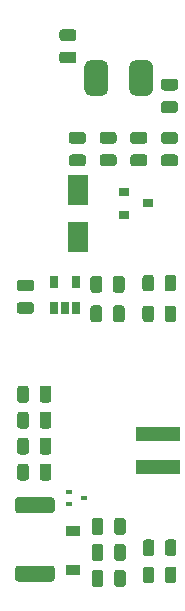
<source format=gbr>
%TF.GenerationSoftware,KiCad,Pcbnew,(5.1.10)-1*%
%TF.CreationDate,2021-06-07T16:12:12-04:00*%
%TF.ProjectId,Thermometre_IR,54686572-6d6f-46d6-9574-72655f49522e,rev?*%
%TF.SameCoordinates,Original*%
%TF.FileFunction,Paste,Bot*%
%TF.FilePolarity,Positive*%
%FSLAX46Y46*%
G04 Gerber Fmt 4.6, Leading zero omitted, Abs format (unit mm)*
G04 Created by KiCad (PCBNEW (5.1.10)-1) date 2021-06-07 16:12:12*
%MOMM*%
%LPD*%
G01*
G04 APERTURE LIST*
%ADD10R,3.700000X1.200000*%
%ADD11R,1.800000X2.500000*%
%ADD12R,1.200000X0.900000*%
%ADD13R,0.650000X1.060000*%
%ADD14R,0.900000X0.800000*%
%ADD15R,0.510000X0.400000*%
G04 APERTURE END LIST*
D10*
%TO.C,L1*%
X176800000Y-98200000D03*
X176800000Y-101000000D03*
%TD*%
D11*
%TO.C,D6*%
X170027600Y-77534000D03*
X170027600Y-81534000D03*
%TD*%
%TO.C,J1*%
G36*
G01*
X174400000Y-69028000D02*
X174400000Y-67028000D01*
G75*
G02*
X174900000Y-66528000I500000J0D01*
G01*
X175900000Y-66528000D01*
G75*
G02*
X176400000Y-67028000I0J-500000D01*
G01*
X176400000Y-69028000D01*
G75*
G02*
X175900000Y-69528000I-500000J0D01*
G01*
X174900000Y-69528000D01*
G75*
G02*
X174400000Y-69028000I0J500000D01*
G01*
G37*
G36*
G01*
X170600000Y-69028000D02*
X170600000Y-67028000D01*
G75*
G02*
X171100000Y-66528000I500000J0D01*
G01*
X172100000Y-66528000D01*
G75*
G02*
X172600000Y-67028000I0J-500000D01*
G01*
X172600000Y-69028000D01*
G75*
G02*
X172100000Y-69528000I-500000J0D01*
G01*
X171100000Y-69528000D01*
G75*
G02*
X170600000Y-69028000I0J500000D01*
G01*
G37*
%TD*%
%TO.C,R15*%
G36*
G01*
X168725000Y-65800000D02*
X169675000Y-65800000D01*
G75*
G02*
X169925000Y-66050000I0J-250000D01*
G01*
X169925000Y-66550000D01*
G75*
G02*
X169675000Y-66800000I-250000J0D01*
G01*
X168725000Y-66800000D01*
G75*
G02*
X168475000Y-66550000I0J250000D01*
G01*
X168475000Y-66050000D01*
G75*
G02*
X168725000Y-65800000I250000J0D01*
G01*
G37*
G36*
G01*
X168725000Y-63900000D02*
X169675000Y-63900000D01*
G75*
G02*
X169925000Y-64150000I0J-250000D01*
G01*
X169925000Y-64650000D01*
G75*
G02*
X169675000Y-64900000I-250000J0D01*
G01*
X168725000Y-64900000D01*
G75*
G02*
X168475000Y-64650000I0J250000D01*
G01*
X168475000Y-64150000D01*
G75*
G02*
X168725000Y-63900000I250000J0D01*
G01*
G37*
%TD*%
%TO.C,F1*%
G36*
G01*
X167825001Y-104875000D02*
X164974999Y-104875000D01*
G75*
G02*
X164725000Y-104625001I0J249999D01*
G01*
X164725000Y-103774999D01*
G75*
G02*
X164974999Y-103525000I249999J0D01*
G01*
X167825001Y-103525000D01*
G75*
G02*
X168075000Y-103774999I0J-249999D01*
G01*
X168075000Y-104625001D01*
G75*
G02*
X167825001Y-104875000I-249999J0D01*
G01*
G37*
G36*
G01*
X167825001Y-110675000D02*
X164974999Y-110675000D01*
G75*
G02*
X164725000Y-110425001I0J249999D01*
G01*
X164725000Y-109574999D01*
G75*
G02*
X164974999Y-109325000I249999J0D01*
G01*
X167825001Y-109325000D01*
G75*
G02*
X168075000Y-109574999I0J-249999D01*
G01*
X168075000Y-110425001D01*
G75*
G02*
X167825001Y-110675000I-249999J0D01*
G01*
G37*
%TD*%
D12*
%TO.C,D4*%
X169600000Y-109700000D03*
X169600000Y-106400000D03*
%TD*%
D13*
%TO.C,U3*%
X169900000Y-85300000D03*
X168000000Y-85300000D03*
X168000000Y-87500000D03*
X168950000Y-87500000D03*
X169900000Y-87500000D03*
%TD*%
%TO.C,R12*%
G36*
G01*
X169525000Y-74500000D02*
X170475000Y-74500000D01*
G75*
G02*
X170725000Y-74750000I0J-250000D01*
G01*
X170725000Y-75250000D01*
G75*
G02*
X170475000Y-75500000I-250000J0D01*
G01*
X169525000Y-75500000D01*
G75*
G02*
X169275000Y-75250000I0J250000D01*
G01*
X169275000Y-74750000D01*
G75*
G02*
X169525000Y-74500000I250000J0D01*
G01*
G37*
G36*
G01*
X169525000Y-72600000D02*
X170475000Y-72600000D01*
G75*
G02*
X170725000Y-72850000I0J-250000D01*
G01*
X170725000Y-73350000D01*
G75*
G02*
X170475000Y-73600000I-250000J0D01*
G01*
X169525000Y-73600000D01*
G75*
G02*
X169275000Y-73350000I0J250000D01*
G01*
X169275000Y-72850000D01*
G75*
G02*
X169525000Y-72600000I250000J0D01*
G01*
G37*
%TD*%
%TO.C,R11*%
G36*
G01*
X172200000Y-107725000D02*
X172200000Y-108675000D01*
G75*
G02*
X171950000Y-108925000I-250000J0D01*
G01*
X171450000Y-108925000D01*
G75*
G02*
X171200000Y-108675000I0J250000D01*
G01*
X171200000Y-107725000D01*
G75*
G02*
X171450000Y-107475000I250000J0D01*
G01*
X171950000Y-107475000D01*
G75*
G02*
X172200000Y-107725000I0J-250000D01*
G01*
G37*
G36*
G01*
X174100000Y-107725000D02*
X174100000Y-108675000D01*
G75*
G02*
X173850000Y-108925000I-250000J0D01*
G01*
X173350000Y-108925000D01*
G75*
G02*
X173100000Y-108675000I0J250000D01*
G01*
X173100000Y-107725000D01*
G75*
G02*
X173350000Y-107475000I250000J0D01*
G01*
X173850000Y-107475000D01*
G75*
G02*
X174100000Y-107725000I0J-250000D01*
G01*
G37*
%TD*%
%TO.C,R10*%
G36*
G01*
X173100000Y-106475000D02*
X173100000Y-105525000D01*
G75*
G02*
X173350000Y-105275000I250000J0D01*
G01*
X173850000Y-105275000D01*
G75*
G02*
X174100000Y-105525000I0J-250000D01*
G01*
X174100000Y-106475000D01*
G75*
G02*
X173850000Y-106725000I-250000J0D01*
G01*
X173350000Y-106725000D01*
G75*
G02*
X173100000Y-106475000I0J250000D01*
G01*
G37*
G36*
G01*
X171200000Y-106475000D02*
X171200000Y-105525000D01*
G75*
G02*
X171450000Y-105275000I250000J0D01*
G01*
X171950000Y-105275000D01*
G75*
G02*
X172200000Y-105525000I0J-250000D01*
G01*
X172200000Y-106475000D01*
G75*
G02*
X171950000Y-106725000I-250000J0D01*
G01*
X171450000Y-106725000D01*
G75*
G02*
X171200000Y-106475000I0J250000D01*
G01*
G37*
%TD*%
%TO.C,R9*%
G36*
G01*
X166075000Y-86100000D02*
X165125000Y-86100000D01*
G75*
G02*
X164875000Y-85850000I0J250000D01*
G01*
X164875000Y-85350000D01*
G75*
G02*
X165125000Y-85100000I250000J0D01*
G01*
X166075000Y-85100000D01*
G75*
G02*
X166325000Y-85350000I0J-250000D01*
G01*
X166325000Y-85850000D01*
G75*
G02*
X166075000Y-86100000I-250000J0D01*
G01*
G37*
G36*
G01*
X166075000Y-88000000D02*
X165125000Y-88000000D01*
G75*
G02*
X164875000Y-87750000I0J250000D01*
G01*
X164875000Y-87250000D01*
G75*
G02*
X165125000Y-87000000I250000J0D01*
G01*
X166075000Y-87000000D01*
G75*
G02*
X166325000Y-87250000I0J-250000D01*
G01*
X166325000Y-87750000D01*
G75*
G02*
X166075000Y-88000000I-250000J0D01*
G01*
G37*
%TD*%
%TO.C,R8*%
G36*
G01*
X172100000Y-87525000D02*
X172100000Y-88475000D01*
G75*
G02*
X171850000Y-88725000I-250000J0D01*
G01*
X171350000Y-88725000D01*
G75*
G02*
X171100000Y-88475000I0J250000D01*
G01*
X171100000Y-87525000D01*
G75*
G02*
X171350000Y-87275000I250000J0D01*
G01*
X171850000Y-87275000D01*
G75*
G02*
X172100000Y-87525000I0J-250000D01*
G01*
G37*
G36*
G01*
X174000000Y-87525000D02*
X174000000Y-88475000D01*
G75*
G02*
X173750000Y-88725000I-250000J0D01*
G01*
X173250000Y-88725000D01*
G75*
G02*
X173000000Y-88475000I0J250000D01*
G01*
X173000000Y-87525000D01*
G75*
G02*
X173250000Y-87275000I250000J0D01*
G01*
X173750000Y-87275000D01*
G75*
G02*
X174000000Y-87525000I0J-250000D01*
G01*
G37*
%TD*%
%TO.C,R5*%
G36*
G01*
X173000000Y-85975000D02*
X173000000Y-85025000D01*
G75*
G02*
X173250000Y-84775000I250000J0D01*
G01*
X173750000Y-84775000D01*
G75*
G02*
X174000000Y-85025000I0J-250000D01*
G01*
X174000000Y-85975000D01*
G75*
G02*
X173750000Y-86225000I-250000J0D01*
G01*
X173250000Y-86225000D01*
G75*
G02*
X173000000Y-85975000I0J250000D01*
G01*
G37*
G36*
G01*
X171100000Y-85975000D02*
X171100000Y-85025000D01*
G75*
G02*
X171350000Y-84775000I250000J0D01*
G01*
X171850000Y-84775000D01*
G75*
G02*
X172100000Y-85025000I0J-250000D01*
G01*
X172100000Y-85975000D01*
G75*
G02*
X171850000Y-86225000I-250000J0D01*
G01*
X171350000Y-86225000D01*
G75*
G02*
X171100000Y-85975000I0J250000D01*
G01*
G37*
%TD*%
%TO.C,R3*%
G36*
G01*
X165900000Y-100925000D02*
X165900000Y-101875000D01*
G75*
G02*
X165650000Y-102125000I-250000J0D01*
G01*
X165150000Y-102125000D01*
G75*
G02*
X164900000Y-101875000I0J250000D01*
G01*
X164900000Y-100925000D01*
G75*
G02*
X165150000Y-100675000I250000J0D01*
G01*
X165650000Y-100675000D01*
G75*
G02*
X165900000Y-100925000I0J-250000D01*
G01*
G37*
G36*
G01*
X167800000Y-100925000D02*
X167800000Y-101875000D01*
G75*
G02*
X167550000Y-102125000I-250000J0D01*
G01*
X167050000Y-102125000D01*
G75*
G02*
X166800000Y-101875000I0J250000D01*
G01*
X166800000Y-100925000D01*
G75*
G02*
X167050000Y-100675000I250000J0D01*
G01*
X167550000Y-100675000D01*
G75*
G02*
X167800000Y-100925000I0J-250000D01*
G01*
G37*
%TD*%
%TO.C,R2*%
G36*
G01*
X166800000Y-99675000D02*
X166800000Y-98725000D01*
G75*
G02*
X167050000Y-98475000I250000J0D01*
G01*
X167550000Y-98475000D01*
G75*
G02*
X167800000Y-98725000I0J-250000D01*
G01*
X167800000Y-99675000D01*
G75*
G02*
X167550000Y-99925000I-250000J0D01*
G01*
X167050000Y-99925000D01*
G75*
G02*
X166800000Y-99675000I0J250000D01*
G01*
G37*
G36*
G01*
X164900000Y-99675000D02*
X164900000Y-98725000D01*
G75*
G02*
X165150000Y-98475000I250000J0D01*
G01*
X165650000Y-98475000D01*
G75*
G02*
X165900000Y-98725000I0J-250000D01*
G01*
X165900000Y-99675000D01*
G75*
G02*
X165650000Y-99925000I-250000J0D01*
G01*
X165150000Y-99925000D01*
G75*
G02*
X164900000Y-99675000I0J250000D01*
G01*
G37*
%TD*%
D14*
%TO.C,Q2*%
X175971200Y-78650000D03*
X173971200Y-77700000D03*
X173971200Y-79600000D03*
%TD*%
D15*
%TO.C,Q1*%
X169310000Y-103100000D03*
X170600000Y-103600000D03*
X169310000Y-104100000D03*
%TD*%
%TO.C,D5*%
G36*
G01*
X176512500Y-109643750D02*
X176512500Y-110556250D01*
G75*
G02*
X176268750Y-110800000I-243750J0D01*
G01*
X175781250Y-110800000D01*
G75*
G02*
X175537500Y-110556250I0J243750D01*
G01*
X175537500Y-109643750D01*
G75*
G02*
X175781250Y-109400000I243750J0D01*
G01*
X176268750Y-109400000D01*
G75*
G02*
X176512500Y-109643750I0J-243750D01*
G01*
G37*
G36*
G01*
X178387500Y-109643750D02*
X178387500Y-110556250D01*
G75*
G02*
X178143750Y-110800000I-243750J0D01*
G01*
X177656250Y-110800000D01*
G75*
G02*
X177412500Y-110556250I0J243750D01*
G01*
X177412500Y-109643750D01*
G75*
G02*
X177656250Y-109400000I243750J0D01*
G01*
X178143750Y-109400000D01*
G75*
G02*
X178387500Y-109643750I0J-243750D01*
G01*
G37*
%TD*%
%TO.C,D3*%
G36*
G01*
X176512500Y-107343750D02*
X176512500Y-108256250D01*
G75*
G02*
X176268750Y-108500000I-243750J0D01*
G01*
X175781250Y-108500000D01*
G75*
G02*
X175537500Y-108256250I0J243750D01*
G01*
X175537500Y-107343750D01*
G75*
G02*
X175781250Y-107100000I243750J0D01*
G01*
X176268750Y-107100000D01*
G75*
G02*
X176512500Y-107343750I0J-243750D01*
G01*
G37*
G36*
G01*
X178387500Y-107343750D02*
X178387500Y-108256250D01*
G75*
G02*
X178143750Y-108500000I-243750J0D01*
G01*
X177656250Y-108500000D01*
G75*
G02*
X177412500Y-108256250I0J243750D01*
G01*
X177412500Y-107343750D01*
G75*
G02*
X177656250Y-107100000I243750J0D01*
G01*
X178143750Y-107100000D01*
G75*
G02*
X178387500Y-107343750I0J-243750D01*
G01*
G37*
%TD*%
%TO.C,D2*%
G36*
G01*
X176487500Y-87543750D02*
X176487500Y-88456250D01*
G75*
G02*
X176243750Y-88700000I-243750J0D01*
G01*
X175756250Y-88700000D01*
G75*
G02*
X175512500Y-88456250I0J243750D01*
G01*
X175512500Y-87543750D01*
G75*
G02*
X175756250Y-87300000I243750J0D01*
G01*
X176243750Y-87300000D01*
G75*
G02*
X176487500Y-87543750I0J-243750D01*
G01*
G37*
G36*
G01*
X178362500Y-87543750D02*
X178362500Y-88456250D01*
G75*
G02*
X178118750Y-88700000I-243750J0D01*
G01*
X177631250Y-88700000D01*
G75*
G02*
X177387500Y-88456250I0J243750D01*
G01*
X177387500Y-87543750D01*
G75*
G02*
X177631250Y-87300000I243750J0D01*
G01*
X178118750Y-87300000D01*
G75*
G02*
X178362500Y-87543750I0J-243750D01*
G01*
G37*
%TD*%
%TO.C,D1*%
G36*
G01*
X176487500Y-84943750D02*
X176487500Y-85856250D01*
G75*
G02*
X176243750Y-86100000I-243750J0D01*
G01*
X175756250Y-86100000D01*
G75*
G02*
X175512500Y-85856250I0J243750D01*
G01*
X175512500Y-84943750D01*
G75*
G02*
X175756250Y-84700000I243750J0D01*
G01*
X176243750Y-84700000D01*
G75*
G02*
X176487500Y-84943750I0J-243750D01*
G01*
G37*
G36*
G01*
X178362500Y-84943750D02*
X178362500Y-85856250D01*
G75*
G02*
X178118750Y-86100000I-243750J0D01*
G01*
X177631250Y-86100000D01*
G75*
G02*
X177387500Y-85856250I0J243750D01*
G01*
X177387500Y-84943750D01*
G75*
G02*
X177631250Y-84700000I243750J0D01*
G01*
X178118750Y-84700000D01*
G75*
G02*
X178362500Y-84943750I0J-243750D01*
G01*
G37*
%TD*%
%TO.C,C12*%
G36*
G01*
X177325000Y-70000000D02*
X178275000Y-70000000D01*
G75*
G02*
X178525000Y-70250000I0J-250000D01*
G01*
X178525000Y-70750000D01*
G75*
G02*
X178275000Y-71000000I-250000J0D01*
G01*
X177325000Y-71000000D01*
G75*
G02*
X177075000Y-70750000I0J250000D01*
G01*
X177075000Y-70250000D01*
G75*
G02*
X177325000Y-70000000I250000J0D01*
G01*
G37*
G36*
G01*
X177325000Y-68100000D02*
X178275000Y-68100000D01*
G75*
G02*
X178525000Y-68350000I0J-250000D01*
G01*
X178525000Y-68850000D01*
G75*
G02*
X178275000Y-69100000I-250000J0D01*
G01*
X177325000Y-69100000D01*
G75*
G02*
X177075000Y-68850000I0J250000D01*
G01*
X177075000Y-68350000D01*
G75*
G02*
X177325000Y-68100000I250000J0D01*
G01*
G37*
%TD*%
%TO.C,C8*%
G36*
G01*
X172200000Y-109925000D02*
X172200000Y-110875000D01*
G75*
G02*
X171950000Y-111125000I-250000J0D01*
G01*
X171450000Y-111125000D01*
G75*
G02*
X171200000Y-110875000I0J250000D01*
G01*
X171200000Y-109925000D01*
G75*
G02*
X171450000Y-109675000I250000J0D01*
G01*
X171950000Y-109675000D01*
G75*
G02*
X172200000Y-109925000I0J-250000D01*
G01*
G37*
G36*
G01*
X174100000Y-109925000D02*
X174100000Y-110875000D01*
G75*
G02*
X173850000Y-111125000I-250000J0D01*
G01*
X173350000Y-111125000D01*
G75*
G02*
X173100000Y-110875000I0J250000D01*
G01*
X173100000Y-109925000D01*
G75*
G02*
X173350000Y-109675000I250000J0D01*
G01*
X173850000Y-109675000D01*
G75*
G02*
X174100000Y-109925000I0J-250000D01*
G01*
G37*
%TD*%
%TO.C,C7*%
G36*
G01*
X165900000Y-94325000D02*
X165900000Y-95275000D01*
G75*
G02*
X165650000Y-95525000I-250000J0D01*
G01*
X165150000Y-95525000D01*
G75*
G02*
X164900000Y-95275000I0J250000D01*
G01*
X164900000Y-94325000D01*
G75*
G02*
X165150000Y-94075000I250000J0D01*
G01*
X165650000Y-94075000D01*
G75*
G02*
X165900000Y-94325000I0J-250000D01*
G01*
G37*
G36*
G01*
X167800000Y-94325000D02*
X167800000Y-95275000D01*
G75*
G02*
X167550000Y-95525000I-250000J0D01*
G01*
X167050000Y-95525000D01*
G75*
G02*
X166800000Y-95275000I0J250000D01*
G01*
X166800000Y-94325000D01*
G75*
G02*
X167050000Y-94075000I250000J0D01*
G01*
X167550000Y-94075000D01*
G75*
G02*
X167800000Y-94325000I0J-250000D01*
G01*
G37*
%TD*%
%TO.C,C6*%
G36*
G01*
X165900000Y-96525000D02*
X165900000Y-97475000D01*
G75*
G02*
X165650000Y-97725000I-250000J0D01*
G01*
X165150000Y-97725000D01*
G75*
G02*
X164900000Y-97475000I0J250000D01*
G01*
X164900000Y-96525000D01*
G75*
G02*
X165150000Y-96275000I250000J0D01*
G01*
X165650000Y-96275000D01*
G75*
G02*
X165900000Y-96525000I0J-250000D01*
G01*
G37*
G36*
G01*
X167800000Y-96525000D02*
X167800000Y-97475000D01*
G75*
G02*
X167550000Y-97725000I-250000J0D01*
G01*
X167050000Y-97725000D01*
G75*
G02*
X166800000Y-97475000I0J250000D01*
G01*
X166800000Y-96525000D01*
G75*
G02*
X167050000Y-96275000I250000J0D01*
G01*
X167550000Y-96275000D01*
G75*
G02*
X167800000Y-96525000I0J-250000D01*
G01*
G37*
%TD*%
%TO.C,C5*%
G36*
G01*
X178275000Y-73600000D02*
X177325000Y-73600000D01*
G75*
G02*
X177075000Y-73350000I0J250000D01*
G01*
X177075000Y-72850000D01*
G75*
G02*
X177325000Y-72600000I250000J0D01*
G01*
X178275000Y-72600000D01*
G75*
G02*
X178525000Y-72850000I0J-250000D01*
G01*
X178525000Y-73350000D01*
G75*
G02*
X178275000Y-73600000I-250000J0D01*
G01*
G37*
G36*
G01*
X178275000Y-75500000D02*
X177325000Y-75500000D01*
G75*
G02*
X177075000Y-75250000I0J250000D01*
G01*
X177075000Y-74750000D01*
G75*
G02*
X177325000Y-74500000I250000J0D01*
G01*
X178275000Y-74500000D01*
G75*
G02*
X178525000Y-74750000I0J-250000D01*
G01*
X178525000Y-75250000D01*
G75*
G02*
X178275000Y-75500000I-250000J0D01*
G01*
G37*
%TD*%
%TO.C,C4*%
G36*
G01*
X175675000Y-73600000D02*
X174725000Y-73600000D01*
G75*
G02*
X174475000Y-73350000I0J250000D01*
G01*
X174475000Y-72850000D01*
G75*
G02*
X174725000Y-72600000I250000J0D01*
G01*
X175675000Y-72600000D01*
G75*
G02*
X175925000Y-72850000I0J-250000D01*
G01*
X175925000Y-73350000D01*
G75*
G02*
X175675000Y-73600000I-250000J0D01*
G01*
G37*
G36*
G01*
X175675000Y-75500000D02*
X174725000Y-75500000D01*
G75*
G02*
X174475000Y-75250000I0J250000D01*
G01*
X174475000Y-74750000D01*
G75*
G02*
X174725000Y-74500000I250000J0D01*
G01*
X175675000Y-74500000D01*
G75*
G02*
X175925000Y-74750000I0J-250000D01*
G01*
X175925000Y-75250000D01*
G75*
G02*
X175675000Y-75500000I-250000J0D01*
G01*
G37*
%TD*%
%TO.C,C3*%
G36*
G01*
X173075000Y-73600000D02*
X172125000Y-73600000D01*
G75*
G02*
X171875000Y-73350000I0J250000D01*
G01*
X171875000Y-72850000D01*
G75*
G02*
X172125000Y-72600000I250000J0D01*
G01*
X173075000Y-72600000D01*
G75*
G02*
X173325000Y-72850000I0J-250000D01*
G01*
X173325000Y-73350000D01*
G75*
G02*
X173075000Y-73600000I-250000J0D01*
G01*
G37*
G36*
G01*
X173075000Y-75500000D02*
X172125000Y-75500000D01*
G75*
G02*
X171875000Y-75250000I0J250000D01*
G01*
X171875000Y-74750000D01*
G75*
G02*
X172125000Y-74500000I250000J0D01*
G01*
X173075000Y-74500000D01*
G75*
G02*
X173325000Y-74750000I0J-250000D01*
G01*
X173325000Y-75250000D01*
G75*
G02*
X173075000Y-75500000I-250000J0D01*
G01*
G37*
%TD*%
M02*

</source>
